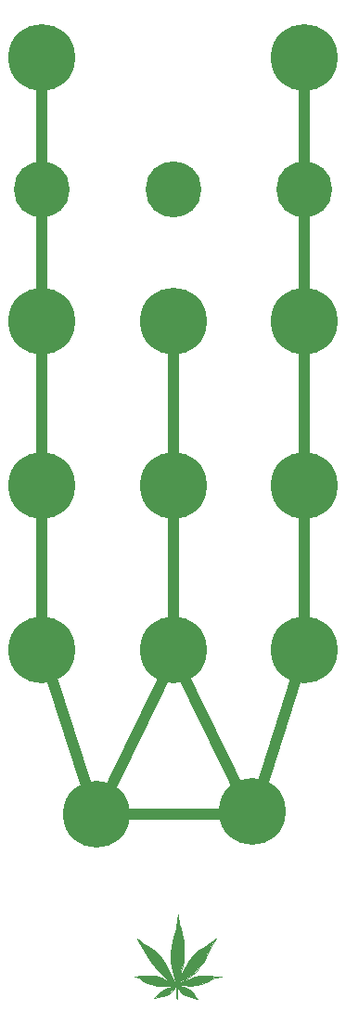
<source format=gbr>
G04 #@! TF.GenerationSoftware,KiCad,Pcbnew,(5.1.5-0)*
G04 #@! TF.CreationDate,2021-01-12T22:48:58-08:00*
G04 #@! TF.ProjectId,sloths,736c6f74-6873-42e6-9b69-6361645f7063,rev?*
G04 #@! TF.SameCoordinates,Original*
G04 #@! TF.FileFunction,Copper,L1,Top*
G04 #@! TF.FilePolarity,Positive*
%FSLAX46Y46*%
G04 Gerber Fmt 4.6, Leading zero omitted, Abs format (unit mm)*
G04 Created by KiCad (PCBNEW (5.1.5-0)) date 2021-01-12 22:48:58*
%MOMM*%
%LPD*%
G04 APERTURE LIST*
%ADD10C,1.000000*%
%ADD11C,0.100000*%
%ADD12C,5.100000*%
%ADD13C,6.100000*%
G04 APERTURE END LIST*
D10*
X32250000Y-39000000D02*
X32250000Y-93250000D01*
X8250000Y-38500000D02*
X8250000Y-92750000D01*
X20250000Y-63000000D02*
X20250000Y-93250000D01*
X8250000Y-92750000D02*
X13250000Y-108250000D01*
X13250000Y-108250000D02*
X20500000Y-93250000D01*
X32250000Y-93250000D02*
X27500000Y-108250000D01*
X27500000Y-108250000D02*
X20250000Y-93500000D01*
X13250000Y-108000000D02*
X27500000Y-108000000D01*
D11*
G36*
X17196400Y-119524900D02*
G01*
X17513900Y-119766200D01*
X18079050Y-120083700D01*
X18675950Y-120515500D01*
X19050600Y-120896500D01*
X19450650Y-121461650D01*
X20047550Y-122642750D01*
X20346000Y-123207900D01*
X20358700Y-123220600D01*
X20028500Y-123246000D01*
X19926900Y-123195200D01*
X19571300Y-122947550D01*
X19164900Y-122579250D01*
X18834700Y-122230000D01*
X18479100Y-121798200D01*
X18199700Y-121379100D01*
X18009200Y-121125100D01*
X17755200Y-120667900D01*
X17501200Y-120299600D01*
X17259900Y-119880500D01*
X16980500Y-119321700D01*
X17196400Y-119524900D01*
G37*
X17196400Y-119524900D02*
X17513900Y-119766200D01*
X18079050Y-120083700D01*
X18675950Y-120515500D01*
X19050600Y-120896500D01*
X19450650Y-121461650D01*
X20047550Y-122642750D01*
X20346000Y-123207900D01*
X20358700Y-123220600D01*
X20028500Y-123246000D01*
X19926900Y-123195200D01*
X19571300Y-122947550D01*
X19164900Y-122579250D01*
X18834700Y-122230000D01*
X18479100Y-121798200D01*
X18199700Y-121379100D01*
X18009200Y-121125100D01*
X17755200Y-120667900D01*
X17501200Y-120299600D01*
X17259900Y-119880500D01*
X16980500Y-119321700D01*
X17196400Y-119524900D01*
G36*
X18602925Y-122703075D02*
G01*
X18939475Y-122798325D01*
X19203000Y-122890400D01*
X19901500Y-123296800D01*
X19931980Y-123324740D01*
X19939600Y-123309500D01*
X19939600Y-123322200D01*
X19931980Y-123324740D01*
X19850700Y-123487300D01*
X20244400Y-123627000D01*
X20034850Y-123652400D01*
X19641150Y-123677800D01*
X19164900Y-123677800D01*
X18720400Y-123614300D01*
X18237800Y-123500000D01*
X17844100Y-123385700D01*
X17437700Y-123157100D01*
X17120200Y-122928500D01*
X16713800Y-122801500D01*
X17361500Y-122750700D01*
X17894900Y-122712600D01*
X18358450Y-122706250D01*
X18602925Y-122703075D01*
G37*
X18602925Y-122703075D02*
X18939475Y-122798325D01*
X19203000Y-122890400D01*
X19901500Y-123296800D01*
X19931980Y-123324740D01*
X19939600Y-123309500D01*
X19939600Y-123322200D01*
X19931980Y-123324740D01*
X19850700Y-123487300D01*
X20244400Y-123627000D01*
X20034850Y-123652400D01*
X19641150Y-123677800D01*
X19164900Y-123677800D01*
X18720400Y-123614300D01*
X18237800Y-123500000D01*
X17844100Y-123385700D01*
X17437700Y-123157100D01*
X17120200Y-122928500D01*
X16713800Y-122801500D01*
X17361500Y-122750700D01*
X17894900Y-122712600D01*
X18358450Y-122706250D01*
X18602925Y-122703075D01*
G36*
X20466650Y-123766700D02*
G01*
X20098350Y-124198500D01*
X19660200Y-124471550D01*
X19279200Y-124611250D01*
X18529900Y-124776350D01*
X19012500Y-124249300D01*
X19406200Y-123982600D01*
X19774500Y-123779400D01*
X20244400Y-123703200D01*
X20269800Y-123703200D01*
X20466650Y-123766700D01*
G37*
X20466650Y-123766700D02*
X20098350Y-124198500D01*
X19660200Y-124471550D01*
X19279200Y-124611250D01*
X18529900Y-124776350D01*
X19012500Y-124249300D01*
X19406200Y-123982600D01*
X19774500Y-123779400D01*
X20244400Y-123703200D01*
X20269800Y-123703200D01*
X20466650Y-123766700D01*
G36*
X20600000Y-123284100D02*
G01*
X20388862Y-123477775D01*
X20607937Y-123573025D01*
X21358825Y-124115950D01*
X21177850Y-124211200D01*
X20600000Y-123754000D01*
X20612700Y-124846200D01*
X20498400Y-124706500D01*
X20492050Y-123817500D01*
X20536500Y-123817500D01*
X20155500Y-123601600D01*
X19869750Y-123449200D01*
X20034850Y-123169800D01*
X20600000Y-123284100D01*
G37*
X20600000Y-123284100D02*
X20388862Y-123477775D01*
X20607937Y-123573025D01*
X21358825Y-124115950D01*
X21177850Y-124211200D01*
X20600000Y-123754000D01*
X20612700Y-124846200D01*
X20498400Y-124706500D01*
X20492050Y-123817500D01*
X20536500Y-123817500D01*
X20155500Y-123601600D01*
X19869750Y-123449200D01*
X20034850Y-123169800D01*
X20600000Y-123284100D01*
G36*
X21241350Y-123741300D02*
G01*
X21793800Y-124020700D01*
X22120825Y-124347725D01*
X22255763Y-124577913D01*
X22487538Y-124847788D01*
X22181150Y-124763650D01*
X21927150Y-124687450D01*
X21749350Y-124623950D01*
X21374700Y-124490600D01*
X21015925Y-124296925D01*
X20755575Y-124011175D01*
X20631750Y-123849250D01*
X20695250Y-123887350D01*
X20669850Y-123823850D01*
X20733350Y-123652400D01*
X21241350Y-123741300D01*
G37*
X21241350Y-123741300D02*
X21793800Y-124020700D01*
X22120825Y-124347725D01*
X22255763Y-124577913D01*
X22487538Y-124847788D01*
X22181150Y-124763650D01*
X21927150Y-124687450D01*
X21749350Y-124623950D01*
X21374700Y-124490600D01*
X21015925Y-124296925D01*
X20755575Y-124011175D01*
X20631750Y-123849250D01*
X20695250Y-123887350D01*
X20669850Y-123823850D01*
X20733350Y-123652400D01*
X21241350Y-123741300D01*
G36*
X23673400Y-122738000D02*
G01*
X24105200Y-122763400D01*
X24683207Y-122773943D01*
X24003600Y-122928500D01*
X23571800Y-123119000D01*
X23228900Y-123334900D01*
X22809800Y-123500000D01*
X22276400Y-123588900D01*
X21831900Y-123614300D01*
X21254050Y-123595250D01*
X20676200Y-123576200D01*
X20612700Y-123500000D01*
X20828600Y-123436500D01*
X20835585Y-123385700D01*
X21151815Y-123258700D01*
X21685850Y-123030100D01*
X22238300Y-122826900D01*
X22632000Y-122712600D01*
X23076500Y-122712600D01*
X23673400Y-122738000D01*
G37*
X23673400Y-122738000D02*
X24105200Y-122763400D01*
X24683207Y-122773943D01*
X24003600Y-122928500D01*
X23571800Y-123119000D01*
X23228900Y-123334900D01*
X22809800Y-123500000D01*
X22276400Y-123588900D01*
X21831900Y-123614300D01*
X21254050Y-123595250D01*
X20676200Y-123576200D01*
X20612700Y-123500000D01*
X20828600Y-123436500D01*
X20835585Y-123385700D01*
X21151815Y-123258700D01*
X21685850Y-123030100D01*
X22238300Y-122826900D01*
X22632000Y-122712600D01*
X23076500Y-122712600D01*
X23673400Y-122738000D01*
G36*
X23660700Y-120083700D02*
G01*
X23419400Y-120579000D01*
X23216200Y-121036200D01*
X22955850Y-121556900D01*
X22682800Y-121912500D01*
X22371650Y-122325250D01*
X21901750Y-122718950D01*
X21400100Y-123055500D01*
X20295200Y-123652400D01*
X20320600Y-123322200D01*
X20625400Y-123271400D01*
X20873050Y-122833250D01*
X21088950Y-122369700D01*
X21254050Y-122039500D01*
X21438200Y-121747400D01*
X21603300Y-121429900D01*
X21882700Y-121074300D01*
X22162100Y-120756800D01*
X22492300Y-120464700D01*
X22835200Y-120236100D01*
X23216200Y-119982100D01*
X23609900Y-119715400D01*
X24143300Y-119321700D01*
X23660700Y-120083700D01*
G37*
X23660700Y-120083700D02*
X23419400Y-120579000D01*
X23216200Y-121036200D01*
X22955850Y-121556900D01*
X22682800Y-121912500D01*
X22371650Y-122325250D01*
X21901750Y-122718950D01*
X21400100Y-123055500D01*
X20295200Y-123652400D01*
X20320600Y-123322200D01*
X20625400Y-123271400D01*
X20873050Y-122833250D01*
X21088950Y-122369700D01*
X21254050Y-122039500D01*
X21438200Y-121747400D01*
X21603300Y-121429900D01*
X21882700Y-121074300D01*
X22162100Y-120756800D01*
X22492300Y-120464700D01*
X22835200Y-120236100D01*
X23216200Y-119982100D01*
X23609900Y-119715400D01*
X24143300Y-119321700D01*
X23660700Y-120083700D01*
G36*
X20815900Y-117950100D02*
G01*
X20917500Y-118432700D01*
X21031800Y-118889900D01*
X21114350Y-119220100D01*
X21177850Y-119601100D01*
X21222300Y-120121800D01*
X21222300Y-120655200D01*
X21171500Y-121239400D01*
X21108000Y-121760100D01*
X20965125Y-122255400D01*
X20666675Y-123271400D01*
X20453950Y-123220600D01*
X20219000Y-122306200D01*
X20045962Y-121442600D01*
X20061837Y-120655200D01*
X20114225Y-119994800D01*
X20276150Y-119220100D01*
X20511100Y-118407300D01*
X20638100Y-117632600D01*
X20701600Y-117111900D01*
X20815900Y-117950100D01*
G37*
X20815900Y-117950100D02*
X20917500Y-118432700D01*
X21031800Y-118889900D01*
X21114350Y-119220100D01*
X21177850Y-119601100D01*
X21222300Y-120121800D01*
X21222300Y-120655200D01*
X21171500Y-121239400D01*
X21108000Y-121760100D01*
X20965125Y-122255400D01*
X20666675Y-123271400D01*
X20453950Y-123220600D01*
X20219000Y-122306200D01*
X20045962Y-121442600D01*
X20061837Y-120655200D01*
X20114225Y-119994800D01*
X20276150Y-119220100D01*
X20511100Y-118407300D01*
X20638100Y-117632600D01*
X20701600Y-117111900D01*
X20815900Y-117950100D01*
D12*
X8250000Y-51000000D03*
X20250000Y-51000000D03*
X32250000Y-51000000D03*
D13*
X8250000Y-39000000D03*
X32250000Y-39000000D03*
X8250000Y-63000000D03*
X20250000Y-63000000D03*
X32250000Y-63000000D03*
X32250000Y-78000000D03*
X20250000Y-78000000D03*
X27500000Y-107750000D03*
X13250000Y-108000000D03*
X8250000Y-78000000D03*
X8250000Y-93000000D03*
X32250000Y-93000000D03*
X20250000Y-93000000D03*
M02*

</source>
